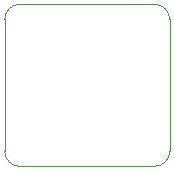
<source format=gm1>
%TF.GenerationSoftware,KiCad,Pcbnew,(6.0.9)*%
%TF.CreationDate,2023-01-19T16:03:38-06:00*%
%TF.ProjectId,LIS3MDL_DRV8833_Board,4c495333-4d44-44c5-9f44-525638383333,rev?*%
%TF.SameCoordinates,Original*%
%TF.FileFunction,Profile,NP*%
%FSLAX46Y46*%
G04 Gerber Fmt 4.6, Leading zero omitted, Abs format (unit mm)*
G04 Created by KiCad (PCBNEW (6.0.9)) date 2023-01-19 16:03:38*
%MOMM*%
%LPD*%
G01*
G04 APERTURE LIST*
%TA.AperFunction,Profile*%
%ADD10C,0.100000*%
%TD*%
G04 APERTURE END LIST*
D10*
X111760000Y-119380000D02*
G75*
G03*
X113030000Y-118110000I0J1270000D01*
G01*
X100330000Y-105664000D02*
X111760000Y-105664000D01*
X99060000Y-118110000D02*
G75*
G03*
X100330000Y-119380000I1270000J0D01*
G01*
X100330000Y-105664000D02*
G75*
G03*
X99060000Y-106934000I0J-1270000D01*
G01*
X113030000Y-106934000D02*
G75*
G03*
X111760000Y-105664000I-1270000J0D01*
G01*
X113030000Y-106934000D02*
X113030000Y-118110000D01*
X99060000Y-118110000D02*
X99060000Y-106934000D01*
X111760000Y-119380000D02*
X100330000Y-119380000D01*
M02*

</source>
